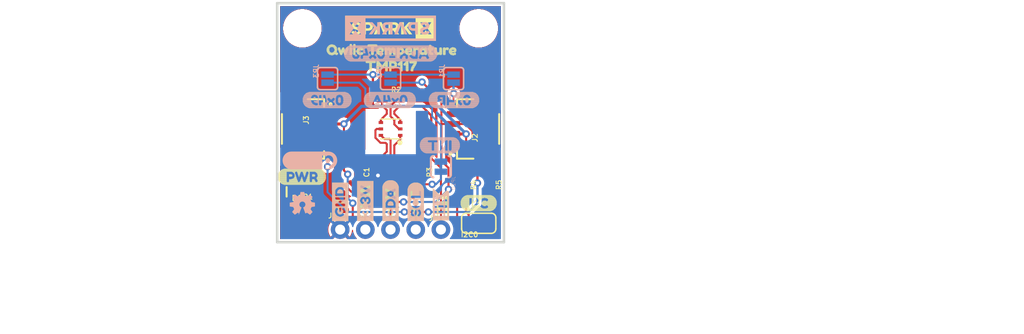
<source format=kicad_pcb>
(kicad_pcb (version 20211014) (generator pcbnew)
  (layers (0 "F.Cu" signal) (31 "B.Cu" signal) (34 "B.Paste" user) (35 "F.Paste" user) (36 "B.SilkS" user "B.Silkscreen") (37 "F.SilkS" user "F.Silkscreen") (38 "B.Mask" user) (39 "F.Mask" user) (44 "Edge.Cuts" user))
  (net 0 "")
  (net 1 "GND")
  (net 2 "3.3V")
  (net 3 "SDA")
  (net 4 "~{INT}")
  (net 5 "N$1")
  (net 6 "ADD0")
  (net 7 "SCL")
  (net 8 "N$2")
  (net 9 "N$3")
  (net 10 "N$4")
  (footprint "eagleBoard:0603" (layer "F.Cu") (at 145.3261 109.4486 -90)
    (fp_text reference "C1" (at 0 -0.762 90) (layer "F.SilkS") (effects (font (size 0.512064 0.512064) (thickness 0.097536)) (justify right)))
    (fp_text value "0.1uF")
    (pad "1" smd rect (at -0.85 0 270) (size 1.1 1) (layers "F.Cu" "F.Paste" "F.Mask") (net 2 "3.3V"))
    (pad "2" smd rect (at 0.85 0 270) (size 1.1 1) (layers "F.Cu" "F.Paste" "F.Mask") (net 1 "GND"))
  )
  (footprint "eagleBoard:SCL-[)" (layer "F.Cu") (at 151.0411 115.4176 90)
    (fp_text reference "U$12" hide)
    (fp_text value "" hide)
  )
  (footprint "eagleBoard:TMP1171" (layer "F.Cu") (at 145.0721 99.2886)
    (fp_text reference "U$4" hide)
    (fp_text value "" hide)
  )
  (footprint "eagleBoard:CREATIVE_COMMONS" (layer "F.Cu") (at 129.4511 125.9586)
    (fp_text reference "FRAME1" hide)
    (fp_text value "FRAME-LETTER" hide)
  )
  (footprint "eagleBoard:JST04_1MM_RA" (layer "F.Cu") (at 154.8511 105.6386 90)
    (fp_text reference "J2" (at -1.397 2.159 90) (layer "F.SilkS") (effects (font (size 0.512064 0.512064) (thickness 0.097536)) (justify left)))
    (fp_text value "")
    (pad "1" smd rect (at -1.5 0 90) (size 0.6 1.35) (layers "F.Cu" "F.Paste" "F.Mask") (net 1 "GND"))
    (pad "2" smd rect (at -0.5 0 90) (size 0.6 1.35) (layers "F.Cu" "F.Paste" "F.Mask") (net 2 "3.3V"))
    (pad "3" smd rect (at 0.5 0 90) (size 0.6 1.35) (layers "F.Cu" "F.Paste" "F.Mask") (net 3 "SDA"))
    (pad "4" smd rect (at 1.5 0 90) (size 0.6 1.35) (layers "F.Cu" "F.Paste" "F.Mask") (net 7 "SCL"))
    (pad "NC1" smd rect (at 2.8 3.675 90) (size 1.2 2) (layers "F.Cu" "F.Paste" "F.Mask"))
    (pad "NC2" smd rect (at -2.8 3.675 90) (size 1.2 2) (layers "F.Cu" "F.Paste" "F.Mask"))
  )
  (footprint "eagleBoard:1X01_NO_SILK" (layer "F.Cu") (at 153.5811 115.7986)
    (fp_text reference "J4" (at -1.27 -1.143) (layer "F.SilkS") (effects (font (size 0.512064 0.512064) (thickness 0.097536)) (justify left)))
    (fp_text value "")
    (pad "1" thru_hole circle (at 0 0 90) (size 1.8796 1.8796) (drill 1.016) (layers *.Cu *.Mask) (net 4 "~{INT}"))
  )
  (footprint "eagleBoard:I_SUPER2_C-()-04" (layer "F.Cu") (at 155.4861 113.1316)
    (fp_text reference "U$21" hide)
    (fp_text value "" hide)
  )
  (footprint "eagleBoard:0603" (layer "F.Cu") (at 156.1211 110.7186 -90)
    (fp_text reference "R4" (at 0 -0.762 90) (layer "F.SilkS") (effects (font (size 0.512064 0.512064) (thickness 0.097536)) (justify right)))
    (fp_text value "2.2k")
    (pad "1" smd rect (at -0.85 0 270) (size 1.1 1) (layers "F.Cu" "F.Paste" "F.Mask") (net 3 "SDA"))
    (pad "2" smd rect (at 0.85 0 270) (size 1.1 1) (layers "F.Cu" "F.Paste" "F.Mask") (net 9 "N$3"))
  )
  (footprint "eagleBoard:SPARKX-MEDIUM" (layer "F.Cu") (at 148.5011 95.4786)
    (fp_text reference "U$17" hide)
    (fp_text value "" hide)
  )
  (footprint "eagleBoard:TMP117" (layer "F.Cu") (at 148.5011 105.6386 180)
    (fp_text reference "U2" (at -1.3 -1.15) (layer "F.SilkS") (effects (font (size 0.376489 0.376489) (thickness 0.029911)) (justify right)))
    (fp_text value "TMP117")
    (pad "1" smd rect (at -0.975 -0.65 180) (size 0.45 0.3) (layers "F.Cu" "F.Paste" "F.Mask") (net 7 "SCL"))
    (pad "2" smd rect (at -0.975 0 180) (size 0.45 0.3) (layers "F.Cu" "F.Paste" "F.Mask") (net 1 "GND"))
    (pad "3" smd rect (at -0.975 0.65 180) (size 0.45 0.3) (layers "F.Cu" "F.Paste" "F.Mask") (net 4 "~{INT}"))
    (pad "4" smd rect (at 0.975 0.65 180) (size 0.45 0.3) (layers "F.Cu" "F.Paste" "F.Mask") (net 6 "ADD0"))
    (pad "5" smd rect (at 0.975 0 180) (size 0.45 0.3) (layers "F.Cu" "F.Paste" "F.Mask") (net 2 "3.3V"))
    (pad "6" smd rect (at 0.975 -0.65 180) (size 0.45 0.3) (layers "F.Cu" "F.Paste" "F.Mask") (net 3 "SDA"))
  )
  (footprint "eagleBoard:3.3V" (layer "F.Cu") (at 145.9611 115.4176 90)
    (fp_text reference "U$19" hide)
    (fp_text value "" hide)
  )
  (footprint "eagleBoard:STAND-OFF" (layer "F.Cu") (at 157.3911 95.4786)
    (fp_text reference "JP8" hide)
    (fp_text value "STAND-OFF" hide)
    (pad "" np_thru_hole circle (at 0 0) (size 3.302 3.302) (drill 3.302) (layers *.Cu *.Mask))
  )
  (footprint "eagleBoard:JST04_1MM_RA" (layer "F.Cu") (at 142.1511 105.6386 -90)
    (fp_text reference "J3" (at -1.397 2.159 90) (layer "F.SilkS") (effects (font (size 0.512064 0.512064) (thickness 0.097536)) (justify right)))
    (fp_text value "")
    (pad "1" smd rect (at -1.5 0 270) (size 0.6 1.35) (layers "F.Cu" "F.Paste" "F.Mask") (net 1 "GND"))
    (pad "2" smd rect (at -0.5 0 270) (size 0.6 1.35) (layers "F.Cu" "F.Paste" "F.Mask") (net 2 "3.3V"))
    (pad "3" smd rect (at 0.5 0 270) (size 0.6 1.35) (layers "F.Cu" "F.Paste" "F.Mask") (net 3 "SDA"))
    (pad "4" smd rect (at 1.5 0 270) (size 0.6 1.35) (layers "F.Cu" "F.Paste" "F.Mask") (net 7 "SCL"))
    (pad "NC1" smd rect (at 2.8 3.675 270) (size 1.2 2) (layers "F.Cu" "F.Paste" "F.Mask"))
    (pad "NC2" smd rect (at -2.8 3.675 270) (size 1.2 2) (layers "F.Cu" "F.Paste" "F.Mask"))
  )
  (footprint "eagleBoard:1X04_NO_SILK" (layer "F.Cu") (at 143.4211 115.7986)
    (fp_text reference "J1" (at -1.27 -1.397) (layer "F.SilkS") (effects (font (size 0.512064 0.512064) (thickness 0.097536)) (justify left)))
    (fp_text value "PTH")
    (pad "1" thru_hole circle (at 0 0 90) (size 1.8796 1.8796) (drill 1.016) (layers *.Cu *.Mask) (net 1 "GND"))
    (pad "2" thru_hole circle (at 2.54 0 90) (size 1.8796 1.8796) (drill 1.016) (layers *.Cu *.Mask) (net 2 "3.3V"))
    (pad "3" thru_hole circle (at 5.08 0 90) (size 1.8796 1.8796) (drill 1.016) (layers *.Cu *.Mask) (net 3 "SDA"))
    (pad "4" thru_hole circle (at 7.62 0 90) (size 1.8796 1.8796) (drill 1.016) (layers *.Cu *.Mask) (net 7 "SCL"))
  )
  (footprint "eagleBoard:QWIIC_TEMPERATURE2" (layer "F.Cu") (at 141.1351 97.6376)
    (fp_text reference "U$6" hide)
    (fp_text value "" hide)
  )
  (footprint "eagleBoard:0603" (layer "F.Cu") (at 139.6111 113.2586)
    (fp_text reference "R1" (at 0 -0.762) (layer "F.SilkS") (effects (font (size 0.512064 0.512064) (thickness 0.097536)) (justify left)))
    (fp_text value "1k")
    (pad "1" smd rect (at -0.85 0) (size 1.1 1) (layers "F.Cu" "F.Paste" "F.Mask") (net 2 "3.3V"))
    (pad "2" smd rect (at 0.85 0) (size 1.1 1) (layers "F.Cu" "F.Paste" "F.Mask") (net 5 "N$1"))
  )
  (footprint "eagleBoard:PWR-()-04" (layer "F.Cu") (at 137.0711 110.4646)
    (fp_text reference "U$20" hide)
    (fp_text value "" hide)
  )
  (footprint "eagleBoard:LED-0603" (layer "F.Cu") (at 139.6111 111.9886 180)
    (fp_text reference "D1" (at 0 -0.635) (layer "F.SilkS") (effects (font (size 0.512064 0.512064) (thickness 0.097536)) (justify right)))
    (fp_text value "RED")
    (pad "A" smd roundrect (at -0.877 0 90) (size 1 1) (layers "F.Cu" "F.Paste" "F.Mask") (roundrect_rratio 0.15) (net 5 "N$1"))
    (pad "C" smd roundrect (at 0.877 0 90) (size 1 1) (layers "F.Cu" "F.Paste" "F.Mask") (roundrect_rratio 0.15) (net 1 "GND"))
  )
  (footprint "eagleBoard:SMT-JUMPER_3_2-NC_TRACE_SILK" (layer "F.Cu") (at 157.3911 115.1636 180)
    (fp_text reference "I2C0" (at 0 -1.143) (layer "F.SilkS") (effects (font (size 0.512064 0.512064) (thickness 0.097536)) (justify right)))
    (fp_text value "")
    (fp_line (start 0 0) (end 1.016 0) (layer "F.Cu") (width 0.254))
    (fp_line (start 0 0) (end -1.016 0) (layer "F.Cu") (width 0.254))
    (pad "1" smd rect (at -1.016 0 180) (size 0.635 1.27) (layers "F.Cu" "F.Mask") (net 8 "N$2"))
    (pad "2" smd rect (at 0 0 180) (size 0.635 1.27) (layers "F.Cu" "F.Mask") (net 2 "3.3V"))
    (pad "3" smd rect (at 1.016 0 180) (size 0.635 1.27) (layers "F.Cu" "F.Mask") (net 9 "N$3"))
  )
  (footprint "eagleBoard:0603" (layer "F.Cu") (at 151.6761 109.4486 -90)
    (fp_text reference "R3" (at 0 -0.762 90) (layer "F.SilkS") (effects (font (size 0.512064 0.512064) (thickness 0.097536)) (justify right)))
    (fp_text value "10k")
    (pad "1" smd rect (at -0.85 0 270) (size 1.1 1) (layers "F.Cu" "F.Paste" "F.Mask") (net 4 "~{INT}"))
    (pad "2" smd rect (at 0.85 0 270) (size 1.1 1) (layers "F.Cu" "F.Paste" "F.Mask") (net 10 "N$4"))
  )
  (footprint "eagleBoard:0603" (layer "F.Cu") (at 158.6611 110.7186 -90)
    (fp_text reference "R5" (at 0 -0.762 90) (layer "F.SilkS") (effects (font (size 0.512064 0.512064) (thickness 0.097536)) (justify right)))
    (fp_text value "2.2k")
    (pad "1" smd rect (at -0.85 0 270) (size 1.1 1) (layers "F.Cu" "F.Paste" "F.Mask") (net 7 "SCL"))
    (pad "2" smd rect (at 0.85 0 270) (size 1.1 1) (layers "F.Cu" "F.Paste" "F.Mask") (net 8 "N$2"))
  )
  (footprint "eagleBoard:STAND-OFF" (layer "F.Cu") (at 139.6111 95.4786)
    (fp_text reference "JP9" hide)
    (fp_text value "STAND-OFF" hide)
    (pad "" np_thru_hole circle (at 0 0) (size 3.302 3.302) (drill 3.302) (layers *.Cu *.Mask))
  )
  (footprint "eagleBoard:SDA-[)" (layer "F.Cu") (at 148.5011 115.4176 90)
    (fp_text reference "U$13" hide)
    (fp_text value "" hide)
  )
  (footprint "eagleBoard:0603" (layer "F.Cu") (at 148.5011 102.4636)
    (fp_text reference "R2" (at 0 -0.762) (layer "F.SilkS") (effects (font (size 0.512064 0.512064) (thickness 0.097536)) (justify left)))
    (fp_text value "10k" hide)
    (pad "1" smd rect (at -0.85 0) (size 1.1 1) (layers "F.Cu" "F.Paste" "F.Mask") (net 6 "ADD0"))
    (pad "2" smd rect (at 0.85 0) (size 1.1 1) (layers "F.Cu" "F.Paste" "F.Mask") (net 1 "GND"))
  )
  (footprint "eagleBoard:GND-04" (layer "F.Cu") (at 143.4211 115.4176 90)
    (fp_text reference "U$10" hide)
    (fp_text value "" hide)
  )
  (footprint "eagleBoard:INT#-[_-04" (layer "F.Cu") (at 153.5811 115.5446 90)
    (fp_text reference "U$3" hide)
    (fp_text value "" hide)
  )
  (footprint "eagleBoard:3.3V" (layer "B.Cu") (at 145.9611 115.4176 90)
    (fp_text reference "U$22" hide)
    (fp_text value "" hide)
  )
  (footprint "eagleBoard:SPARKX-MEDIUM" (layer "B.Cu") (at 148.5011 95.4786 180)
    (fp_text reference "U$2" hide)
    (fp_text value "" hide)
  )
  (footprint "eagleBoard:SMT-JUMPER_2_NO_SILK" (layer "B.Cu") (at 148.5011 100.5586 -90)
    (fp_text reference "JP2" (at 0 1.143 -270) (layer "B.SilkS") (effects (font (size 0.512064 0.512064) (thickness 0.097536)) (justify right mirror)))
    (fp_text value "")
    (pad "1" smd rect (at -0.4064 0 270) (size 0.635 1.27) (layers "B.Cu" "B.Mask") (net 6 "ADD0"))
    (pad "2" smd rect (at 0.4064 0 270) (size 0.635 1.27) (layers "B.Cu" "B.Mask") (net 3 "SDA"))
  )
  (footprint "eagleBoard:INT-()-04" (layer "B.Cu") (at 155.6131 107.2896 180)
    (fp_text reference "U$7" hide)
    (fp_text value "" hide)
  )
  (footprint "eagleBoard:SDA-[)" (layer "B.Cu") (at 148.5011 115.4176 90)
    (fp_text reference "U$14" hide)
    (fp_text value "" hide)
  )
  (footprint "eagleBoard:INT#-[_-04" (layer "B.Cu") (at 153.5811 115.5446 90)
    (fp_text reference "U$11" hide)
    (fp_text value "" hide)
  )
  (footprint "eagleBoard:SCL-[)" (layer "B.Cu") (at 151.0411 115.4176 90)
    (fp_text reference "U$9" hide)
    (fp_text value "" hide)
  )
  (footprint "eagleBoard:PAD-JUMPER-2-NC_BY_TRACE_YES_SILK" (layer "B.Cu") (at 153.5811 109.4486 90)
    (fp_text reference "JP10" (at -0.9525 1.27 90) (layer "B.SilkS") (effects (font (size 0.376489 0.376489) (thickness 0.029911)) (justify left mirror)))
    (fp_text value "INT")
    (fp_line (start -0.381 0) (end 0.381 0) (layer "B.Cu") (width 0.254))
    (pad "1" smd rect (at -0.508 0 90) (size 0.635 1.27) (layers "B.Cu" "B.Mask") (net 10 "N$4"))
    (pad "2" smd rect (at 0.508 0 90) (size 0.635 1.27) (layers "B.Cu" "B.Mask") (net 2 "3.3V"))
  )
  (footprint "eagleBoard:SMT-JUMPER_2_NO_SILK" (layer "B.Cu") (at 142.1511 100.5586 -90)
    (fp_text reference "JP3" (at 0 1.143 -270) (layer "B.SilkS") (effects (font (size 0.512064 0.512064) (thickness 0.097536)) (justify right mirror)))
    (fp_text value "")
    (pad "1" smd rect (at -0.4064 0 270) (size 0.635 1.27) (layers "B.Cu" "B.Mask") (net 6 "ADD0"))
    (pad "2" smd rect (at 0.4064 0 270) (size 0.635 1.27) (layers "B.Cu" "B.Mask") (net 2 "3.3V"))
  )
  (footprint "eagleBoard:0X4B1" (layer "B.Cu") (at 157.5181 102.7176 180)
    (fp_text reference "U$1" hide)
    (fp_text value "" hide)
  )
  (footprint "eagleBoard:ADR_#_0X484" (layer "B.Cu") (at 153.3271 98.0186 180)
    (fp_text reference "U$18" hide)
    (fp_text value "" hide)
  )
  (footprint "eagleBoard:GND-04" (layer "B.Cu") (at 143.4211 115.4176 90)
    (fp_text reference "U$23" hide)
    (fp_text value "" hide)
  )
  (footprint "eagleBoard:OSHW-LOGO-MINI" (layer "B.Cu") (at 139.6111 113.2586 180)
    (fp_text reference "LOGO1" hide)
    (fp_text value "OSHW-LOGOMINI" hide)
  )
  (footprint "eagleBoard:SMT-JUMPER_2_NO_SILK" (layer "B.Cu") (at 154.8511 100.5586 -90)
    (fp_text reference "JP1" (at 0 1.143 -270) (layer "B.SilkS") (effects (font (size 0.512064 0.512064) (thickness 0.097536)) (justify right mirror)))
    (fp_text value "")
    (pad "1" smd rect (at -0.4064 0 270) (size 0.635 1.27) (layers "B.Cu" "B.Mask") (net 6 "ADD0"))
    (pad "2" smd rect (at 0.4064 0 270) (size 0.635 1.27) (layers "B.Cu" "B.Mask") (net 7 "SCL"))
  )
  (footprint "eagleBoard:QWIIC_5.5MM" (layer "B.Cu") (at 140.3731 108.8136 180)
    (fp_text reference "U$15" hide)
    (fp_text value "" hide)
  )
  (footprint "eagleBoard:0X493" (layer "B.Cu") (at 144.6911 102.7176 180)
    (fp_text reference "U$8" hide)
    (fp_text value "" hide)
  )
  (footprint "eagleBoard:0X4A0" (layer "B.Cu") (at 151.1681 102.7176 180)
    (fp_text reference "U$5" hide)
    (fp_text value "" hide)
  )
  (gr_line (start 159.9311 92.9386) (end 159.9311 117.0686) (layer "Edge.Cuts") (width 0.254))
  (gr_line (start 137.0711 117.0686) (end 137.0711 92.9386) (layer "Edge.Cuts") (width 0.254))
  (gr_line (start 137.0711 92.9386) (end 159.9311 92.9386) (layer "Edge.Cuts") (width 0.254))
  (gr_line (start 159.9311 117.0686) (end 137.0711 117.0686) (layer "Edge.Cuts") (width 0.254))
  (segment (start 154.8511 107.1386) (end 154.8511 108.3056) (width 0.2032) (layer "F.Cu") (net 1))
  (segment (start 148.5011 103.3136) (end 148.5011 104.3686) (width 0.2032) (layer "F.Cu") (net 1))
  (segment (start 149.3511 102.4636) (end 148.5011 103.3136) (width 0.2032) (layer "F.Cu") (net 1))
  (segment (start 149.4761 105.6386) (end 149.3491 105.6386) (width 0.2032) (layer "F.Cu") (net 1))
  (segment (start 148.5011 104.3686) (end 148.8821 104.7496) (width 0.2032) (layer "F.Cu") (net 1))
  (segment (start 149.3491 105.6386) (end 148.8821 105.1716) (width 0.2032) (layer "F.Cu") (net 1))
  (segment (start 148.8821 105.1716) (end 148.8821 104.7496) (width 0.2032) (layer "F.Cu") (net 1))
  (via (at 147.2311 110.3376) (size 0.7366) (drill 0.381) (layers "F.Cu" "B.Cu") (net 1))
  (via (at 154.8511 108.3056) (size 0.7366) (drill 0.381) (layers "F.Cu" "B.Cu") (net 1))
  (segment (start 145.9611 114.5286) (end 145.9611 115.7986) (width 0.2032) (layer "F.Cu") (net 2))
  (segment (start 145.3261 108.5986) (end 147.4461 108.5986) (width 0.2032) (layer "F.Cu") (net 2))
  (segment (start 143.8021 108.6866) (end 143.8021 109.8296) (width 0.2032) (layer "F.Cu") (net 2))
  (segment (start 143.8021 109.8296) (end 144.1831 110.2106) (width 0.2032) (layer "F.Cu") (net 2))
  (segment (start 146.9771 105.7656) (end 147.1041 105.6386) (width 0.2032) (layer "F.Cu") (net 2))
  (segment (start 155.2147 115.604832) (end 155.814868 116.205) (width 0.2032) (layer "F.Cu") (net 2))
  (segment (start 139.3571 114.5286) (end 144.6911 114.5286) (width 0.2032) (layer "F.Cu") (net 2))
  (segment (start 147.4461 108.5986) (end 148.1201 107.9246) (width 0.2032) (layer "F.Cu") (net 2))
  (segment (start 142.1511 105.1386) (end 143.7941 105.1386) (width 0.3048) (layer "F.Cu") (net 2))
  (segment (start 144.6911 114.5286) (end 144.6911 113.1316) (width 0.2032) (layer "F.Cu") (net 2))
  (segment (start 157.3911 115.1636) (end 157.3911 115.6716) (width 0.2032) (layer "F.Cu") (net 2))
  (segment (start 156.8577 116.205) (end 155.814868 116.205) (width 0.2032) (layer "F.Cu") (net 2))
  (segment (start 156.1211 108.1612) (end 155.2147 109.0676) (width 0.2032) (layer "F.Cu") (net 2))
  (segment (start 154.8591 106.1466) (end 154.8511 106.1386) (width 0.2032) (layer "F.Cu") (net 2))
  (segment (start 148.1201 107.9246) (end 148.1201 107.1626) (width 0.2032) (layer "F.Cu") (net 2))
  (segment (start 144.6911 114.5286) (end 145.9611 114.5286) (width 0.2032) (layer "F.Cu") (net 2))
  (segment (start 147.9931 107.0356) (end 148.1201 107.1626) (width 0.2032) (layer "F.Cu") (net 2))
  (segment (start 157.3911 115.6716) (end 156.8577 116.205) (width 0.2032) (layer "F.Cu") (net 2))
  (segment (start 146.9771 106.5276) (end 147.4851 107.0356) (width 0.2032) (layer "F.Cu") (net 2))
  (segment (start 143.7941 105.1386) (end 143.8021 105.1306) (width 0.254) (layer "F.Cu") (net 2))
  (segment (start 147.4851 107.0356) (end 147.9931 107.0356) (width 0.2032) (layer "F.Cu") (net 2))
  (segment (start 147.1041 105.6386) (end 147.5261 105.6386) (width 0.2032) (layer "F.Cu") (net 2))
  (segment (start 138.7611 113.9326) (end 139.3571 114.5286) (width 0.2032) (layer "F.Cu") (net 2))
  (segment (start 146.9771 105.7656) (end 146.9771 106.5276) (width 0.2032) (layer "F.Cu") (net 2))
  (segment (start 155.2147 109.0676) (end 155.2147 115.604832) (width 0.2032) (layer "F.Cu") (net 2))
  (segment (start 145.3261 108.5986) (end 143.8901 108.5986) (width 0.2032) (layer "F.Cu") (net 2))
  (segment (start 156.1211 106.1466) (end 154.8591 106.1466) (width 0.3048) (layer "F.Cu") (net 2))
  (segment (start 143.8901 108.5986) (end 143.8021 108.6866) (width 0.2032) (layer "F.Cu") (net 2))
  (segment (start 156.1211 106.1466) (end 156.1211 108.1612) (width 0.2032) (layer "F.Cu") (net 2))
  (segment (start 138.7611 113.2586) (end 138.7611 113.9326) (width 0.2032) (layer "F.Cu") (net 2))
  (segment (start 143.8021 105.1306) (end 143.8021 108.6866) (width 0.2032) (layer "F.Cu") (net 2))
  (via (at 143.8021 105.1306) (size 0.7366) (drill 0.381) (layers "F.Cu" "B.Cu") (net 2))
  (via (at 156.1211 106.1466) (size 0.7366) (drill 0.381) (layers "F.Cu" "B.Cu") (net 2))
  (via (at 144.6911 113.1316) (size 0.7366) (drill 0.381) (layers "F.Cu" "B.Cu") (net 2))
  (via (at 144.1831 110.2106) (size 0.7366) (drill 0.381) (layers "F.Cu" "B.Cu") (net 2))
  (segment (start 153.5811 105.2576) (end 152.6921 104.3686) (width 0.1778) (layer "B.Cu") (net 2))
  (segment (start 145.9611 103.3526) (end 145.5801 103.3526) (width 0.3048) (layer "B.Cu") (net 2))
  (segment (start 144.1831 112.6236) (end 144.6911 113.1316) (width 0.2032) (layer "B.Cu") (net 2))
  (segment (start 156.1211 106.1466) (end 153.3271 103.3526) (width 0.3048) (layer "B.Cu") (net 2))
  (segment (start 153.3271 103.3526) (end 152.6921 103.3526) (width 0.3048) (layer "B.Cu") (net 2))
  (segment (start 152.6921 103.3526) (end 145.9611 103.3526) (width 0.3048) (layer "B.Cu") (net 2))
  (segment (start 145.5801 103.3526) (end 143.8021 105.1306) (width 0.3048) (layer "B.Cu") (net 2))
  (segment (start 153.5811 108.9406) (end 153.5811 105.2576) (width 0.1778) (layer "B.Cu") (net 2))
  (segment (start 145.9611 101.5746) (end 145.9611 103.3526) (width 0.2032) (layer "B.Cu") (net 2))
  (segment (start 142.1511 100.965) (end 145.3515 100.965) (width 0.2032) (layer "B.Cu") (net 2))
  (segment (start 145.3515 100.965) (end 145.9611 101.5746) (width 0.2032) (layer "B.Cu") (net 2))
  (segment (start 144.1831 110.2106) (end 144.1831 112.6236) (width 0.2032) (layer "B.Cu") (net 2))
  (segment (start 152.6921 104.3686) (end 152.6921 103.3526) (width 0.1778) (layer "B.Cu") (net 2))
  (segment (start 153.6272 108.8597) (end 154.3431 109.5756) (width 0.2032) (layer "F.Cu") (net 3))
  (segment (start 153.6272 105.1386) (end 153.6272 108.8597) (width 0.2032) (layer "F.Cu") (net 3))
  (segment (start 153.6272 105.1386) (end 154.8511 105.1386) (width 0.2032) (layer "F.Cu") (net 3))
  (segment (start 156.7688 105.878313) (end 156.7688 108.192888) (width 0.2032) (layer "F.Cu") (net 3))
  (segment (start 147.8921 106.6546) (end 148.404918 106.6546) (width 0.2032) (layer "F.Cu") (net 3))
  (segment (start 148.404918 106.6546) (end 148.5011 106.750782) (width 0.2032) (layer "F.Cu") (net 3))
  (segment (start 144.554968 111.9886) (end 148.5011 111.9886) (width 0.2032) (layer "F.Cu") (net 3))
  (segment (start 148.5011 111.9886) (end 148.5011 113.0086) (width 0.2032) (layer "F.Cu") (net 3))
  (segment (start 142.1511 106.1386) (end 142.1591 106.1466) (width 0.2032) (layer "F.Cu") (net 3))
  (segment (start 142.1591 106.1466) (end 143.1671 106.1466) (width 0.2032) (layer "F.Cu") (net 3))
  (segment (start 156.1211 108.840588) (end 156.1211 109.8686) (width 0.2032) (layer "F.Cu") (net 3))
  (segment (start 154.8511 105.1386) (end 156.029087 105.1386) (width 0.2032) (layer "F.Cu") (net 3))
  (segment (start 143.4211 106.4006) (end 143.4211 110.854732) (width 0.2032) (layer "F.Cu") (net 3))
  (segment (start 154.3431 109.5756) (end 154.3431 111.7346) (width 0.2032) (layer "F.Cu") (net 3))
  (segment (start 148.5011 113.0086) (end 148.5011 115.7986) (width 0.2032) (layer "F.Cu") (net 3))
  (segment (start 143.1671 106.1466) (end 143.4211 106.4006) (width 0.2032) (layer "F.Cu") (net 3))
  (segment (start 151.6761 100.9015) (end 153.6272 102.8526) (width 0.2032) (layer "F.Cu") (net 3))
  (segment (start 143.4211 110.854732) (end 144.554968 111.9886) (width 0.2032) (layer "F.Cu") (net 3))
  (segment (start 148.5011 106.750782) (end 148.5011 111.9886) (width 0.2032) (layer "F.Cu") (net 3))
  (segment (start 153.6272 102.8526) (end 153.6272 105.1386) (width 0.2032) (layer "F.Cu") (net 3))
  (segment (start 149.813112 113.0086) (end 148.5011 113.0086) (width 0.2032) (layer "F.Cu") (net 3))
  (segment (start 156.7688 108.192888) (end 156.1211 108.840588) (width 0.2032) (layer "F.Cu") (net 3))
  (segment (start 147.5261 106.2886) (end 147.8921 106.6546) (width 0.2032) (layer "F.Cu") (net 3))
  (segment (start 156.029087 105.1386) (end 156.7688 105.878313) (width 0.2032) (layer "F.Cu") (net 3))
  (via (at 151.6761 100.9015) (size 0.7366) (drill 0.381) (layers "F.Cu" "B.Cu") (net 3))
  (via (at 154.3431 111.7346) (size 0.7366) (drill 0.381) (layers "F.Cu" "B.Cu") (net 3))
  (via (at 149.813112 113.0086) (size 0.7366) (drill 0.381) (layers "F.Cu" "B.Cu") (net 3))
  (segment (start 151.6761 100.9015) (end 151.6126 100.965) (width 0.2032) (layer "B.Cu") (net 3))
  (segment (start 153.0691 113.0086) (end 154.3431 111.7346) (width 0.2032) (layer "B.Cu") (net 3))
  (segment (start 149.813112 113.0086) (end 153.0691 113.0086) (width 0.2032) (layer "B.Cu") (net 3))
  (segment (start 151.6126 100.965) (end 148.5011 100.965) (width 0.2032) (layer "B.Cu") (net 3))
  (segment (start 152.6041 108.5986) (end 153.5811 109.5756) (width 0.2032) (layer "F.Cu") (net 4))
  (segment (start 152.6041 104.2806) (end 152.0571 103.7336) (width 0.2302) (layer "F.Cu") (net 4))
  (segment (start 148.8821 103.8606) (end 149.3901 103.3526) (width 0.2032) (layer "F.Cu") (net 4))
  (segment (start 148.8821 104.1146) (end 148.8821 103.8606) (width 0.2032) (layer "F.Cu") (net 4))
  (segment (start 153.5811 109.5756) (end 153.5811 115.7986) (width 0.2032) (layer "F.Cu") (net 4))
  (segment (start 149.4761 104.7086) (end 148.8821 104.1146) (width 0.2032) (layer "F.Cu") (net 4))
  (segment (start 151.6761 103.3526) (end 149.3901 103.3526) (width 0.2032) (layer "F.Cu") (net 4))
  (segment (start 152.0571 103.7336) (end 151.6761 103.3526) (width 0.2032) (layer "F.Cu") (net 4))
  (segment (start 152.6041 104.2806) (end 152.6041 108.5986) (width 0.2302) (layer "F.Cu") (net 4))
  (segment (start 149.4761 104.9886) (end 149.4761 104.7086) (width 0.2032) (layer "F.Cu") (net 4))
  (segment (start 151.6761 108.5986) (end 152.6041 108.5986) (width 0.2032) (layer "F.Cu") (net 4))
  (segment (start 140.4881 113.2316) (end 140.4611 113.2586) (width 0.2032) (layer "F.Cu") (net 5))
  (segment (start 140.4881 111.9886) (end 140.4881 113.2316) (width 0.2032) (layer "F.Cu") (net 5))
  (segment (start 148.1201 104.1146) (end 148.1201 103.7336) (width 0.2032) (layer "F.Cu") (net 6))
  (segment (start 146.9771 102.4636) (end 146.7231 102.2096) (width 0.2302) (layer "F.Cu") (net 6))
  (segment (start 147.5261 104.7086) (end 148.1201 104.1146) (width 0.2032) (layer "F.Cu") (net 6))
  (segment (start 147.6511 103.2646) (end 147.6511 102.4636) (width 0.2302) (layer "F.Cu") (net 6))
  (segment (start 147.8661 103.4796) (end 147.6511 103.2646) (width 0.2302) (layer "F.Cu") (net 6))
  (segment (start 147.6511 102.4636) (end 146.9771 102.4636) (width 0.2302) (layer "F.Cu") (net 6))
  (segment (start 147.5261 104.7086) (end 147.5261 104.9886) (width 0.2032) (layer "F.Cu") (net 6))
  (segment (start 146.7231 102.2096) (end 146.7231 100.1522) (width 0.2302) (layer "F.Cu") (net 6))
  (segment (start 148.1201 103.7336) (end 147.8661 103.4796) (width 0.2032) (layer "F.Cu") (net 6))
  (via (at 146.7231 100.1522) (size 0.7366) (drill 0.381) (layers "F.Cu" "B.Cu") (net 6))
  (segment (start 146.7231 100.1522) (end 148.5011 100.1522) (width 0.2032) (layer "B.Cu") (net 6))
  (segment (start 142.1511 100.1522) (end 146.7231 100.1522) (width 0.2032) (layer "B.Cu") (net 6))
  (segment (start 148.5011 100.1522) (end 154.8511 100.1522) (width 0.2032) (layer "B.Cu") (net 6))
  (segment (start 149.896187 114.018688) (end 151.039187 114.018688) (width 0.2032) (layer "F.Cu") (net 7))
  (segment (start 151.0411 114.0206) (end 151.0411 115.7986) (width 0.2032) (layer "F.Cu") (net 7))
  (segment (start 157.2641 107.686375) (end 157.2332 107.717275) (width 0.2302) (layer "F.Cu") (net 7))
  (segment (start 157.2332 109.159925) (end 157.2641 109.190825) (width 0.2302) (layer "F.Cu") (net 7))
  (segment (start 148.8821 107.2896) (end 149.4761 106.6956) (width 0.2032) (layer "F.Cu") (net 7))
  (segment (start 157.2641 109.8296) (end 157.2641 111.0996) (width 0.2302) (layer "F.Cu") (net 7))
  (segment (start 157.2641 105.1306) (end 157.2641 107.686375) (width 0.2302) (layer "F.Cu") (net 7))
  (segment (start 157.2332 107.717275) (end 157.2332 109.159925) (width 0.2302) (layer "F.Cu") (net 7))
  (segment (start 157.2641 109.190825) (end 157.2641 109.8296) (width 0.2302) (layer "F.Cu") (net 7))
  (segment (start 149.4761 106.6956) (end 149.4761 106.2886) (width 0.2032) (layer "F.Cu") (net 7))
  (segment (start 156.2721 104.1386) (end 157.2641 105.1306) (width 0.2302) (layer "F.Cu") (net 7))
  (segment (start 154.8511 104.1386) (end 154.8511 102.0806) (width 0.1778) (layer "F.Cu") (net 7))
  (segment (start 154.8511 104.1386) (end 156.2721 104.1386) (width 0.2302) (layer "F.Cu") (net 7))
  (segment (start 142.1511 107.1386) (end 142.1511 109.4486) (width 0.2032) (layer "F.Cu") (net 7))
  (segment (start 158.6611 109.8686) (end 157.3031 109.8686) (width 0.2302) (layer "F.Cu") (net 7))
  (segment (start 148.8821 107.2896) (end 148.8821 110.7306) (width 0.2032) (layer "F.Cu") (net 7))
  (segment (start 154.8511 102.0806) (end 154.8711 102.0606) (width 0.1778) (layer "F.Cu") (net 7))
  (segment (start 151.0411 114.0206) (end 151.0411 112.8896) (width 0.2032) (layer "F.Cu") (net 7))
  (segment (start 148.8821 110.7306) (end 151.0411 112.8896) (width 0.2032) (layer "F.Cu") (net 7))
  (segment (start 151.0411 114.0206) (end 152.3111 114.0206) (width 0.2032) (layer "F.Cu") (net 7))
  (segment (start 151.039187 114.018688) (end 151.0411 114.0206) (width 0.2032) (layer "F.Cu") (net 7))
  (segment (start 157.3031 109.8686) (end 157.2641 109.8296) (width 0.2302) (layer "F.Cu") (net 7))
  (via (at 152.3111 114.0206) (size 0.7366) (drill 0.381) (layers "F.Cu" "B.Cu") (net 7))
  (via (at 142.1511 109.4486) (size 0.7366) (drill 0.381) (layers "F.Cu" "B.Cu") (net 7))
  (via (at 149.896187 114.018688) (size 0.7366) (drill 0.381) (layers "F.Cu" "B.Cu") (net 7))
  (via (at 154.8711 102.0606) (size 0.7366) (drill 0.381) (layers "F.Cu" "B.Cu") (net 7))
  (via (at 157.2641 111.0996) (size 0.7366) (drill 0.381) (layers "F.Cu" "B.Cu") (net 7))
  (segment (start 152.3111 114.0206) (end 156.3804 114.0206) (width 0.2032) (layer "B.Cu") (net 7))
  (segment (start 154.8511 101.8286) (end 154.8511 100.965) (width 0.2302) (layer "B.Cu") (net 7))
  (segment (start 154.8711 102.0606) (end 154.8511 102.0406) (width 0.1778) (layer "B.Cu") (net 7))
  (segment (start 157.2641 113.1369) (end 157.2641 111.0996) (width 0.2302) (layer "B.Cu") (net 7))
  (segment (start 144.156112 114.0206) (end 149.894275 114.0206) (width 0.2032) (layer "B.Cu") (net 7))
  (segment (start 154.8511 102.0406) (end 154.8511 101.8286) (width 0.1778) (layer "B.Cu") (net 7))
  (segment (start 149.894275 114.0206) (end 149.896187 114.018688) (width 0.2032) (layer "B.Cu") (net 7))
  (segment (start 142.1511 112.015588) (end 144.156112 114.0206) (width 0.2032) (layer "B.Cu") (net 7))
  (segment (start 142.1511 109.4486) (end 142.1511 112.015588) (width 0.2032) (layer "B.Cu") (net 7))
  (segment (start 156.3804 114.0206) (end 157.2641 113.1369) (width 0.2032) (layer "B.Cu") (net 7))
  (segment (start 158.4071 114.2746) (end 158.6611 114.0206) (width 0.2032) (layer "F.Cu") (net 8))
  (segment (start 158.4071 115.1636) (end 158.4071 114.2746) (width 0.2032) (layer "F.Cu") (net 8))
  (segment (start 158.6611 114.0206) (end 158.6611 111.5686) (width 0.2032) (layer "F.Cu") (net 8))
  (segment (start 156.3751 115.1636) (end 156.3751 114.2746) (width 0.2032) (layer "F.Cu") (net 9))
  (segment (start 156.1211 111.5686) (end 156.1211 114.0206) (width 0.2032) (layer "F.Cu") (net 9))
  (segment (start 156.3751 114.2746) (end 156.1211 114.0206) (width 0.2032) (layer "F.Cu") (net 9))
  (segment (start 151.6761 110.9726) (end 151.9301 111.2266) (width 0.2032) (layer "F.Cu") (net 10))
  (segment (start 151.6761 110.2986) (end 151.6761 110.9726) (width 0.2032) (layer "F.Cu") (net 10))
  (segment (start 151.9301 111.2266) (end 152.6921 111.2266) (width 0.2032) (layer "F.Cu") (net 10))
  (via (at 152.6921 111.2266) (size 0.7366) (drill 0.381) (layers "F.Cu" "B.Cu") (net 10))
  (segment (start 153.5811 109.9566) (end 153.5811 110.7186) (width 0.2032) (layer "B.Cu") (net 10))
  (segment (start 153.0731 111.2266) (end 153.5811 110.7186) (width 0.2032) (layer "B.Cu") (net 10))
  (segment (start 152.6921 111.2266) (end 153.0731 111.2266) (width 0.2032) (layer "B.Cu") (net 10))
  (zone (net 1) (net_name "GND") (layer "F.Cu") (priority 6) (connect_pads (clearance 0.3048)) (min_thickness 0.127) (fill yes (thermal_gap 0.304) (thermal_bridge_width 0.304))
    (polygon (pts (xy 160.0581 117.1956) (xy 136.9441 117.1956) (xy 136.9441 92.8116) (xy 160.0581 92.8116)))
  )
  (zone (net 1) (net_name "GND") (layer "F.Cu") (priority 6) (connect_pads (clearance 0.3048)) (min_thickness 0.127) (fill yes (thermal_gap 0.304) (thermal_bridge_width 0.304))
    (polygon (pts (xy 160.0581 117.1956) (xy 136.9441 117.1956) (xy 136.9441 92.8116) (xy 160.0581 92.8116)))
  )
  (zone (net 1) (net_name "GND") (layer "F.Cu") (priority 6) (connect_pads (clearance 0.3048)) (min_thickness 0.127) (fill yes (thermal_gap 0.304) (thermal_bridge_width 0.304))
    (polygon (pts (xy 160.0581 117.1956) (xy 136.9441 117.1956) (xy 136.9441 92.8116) (xy 160.0581 92.8116)))
  )
  (zone (net 0) (net_name "") (layer "F.Cu") (priority 6) (connect_pads (clearance 0)) (min_thickness 0.0254)
    (keepout (tracks allowed) (vias allowed) (pads allowed) (copperpour not_allowed) (footprints allowed))
    (fill (thermal_gap 0.0754) (thermal_bridge_width 0.0754))
    (polygon (pts (xy 151.0538 108.1913) (xy 145.9484 108.1913) (xy 145.9484 103.5939) (xy 151.0538 103.5939)))
  )
  (zone (net 1) (net_name "GND") (layer "F.Cu") (priority 6) (connect_pads (clearance 0.3048)) (min_thickness 0.127) (fill yes (thermal_gap 0.304) (thermal_bridge_width 0.304))
    (polygon (pts (xy 160.0581 117.1956) (xy 136.9441 117.1956) (xy 136.9441 92.8116) (xy 160.0581 92.8116)))
  )
  (zone (net 1) (net_name "GND") (layer "F.Cu") (priority 6) (connect_pads (clearance 0.3048)) (min_thickness 0.127) (fill yes (thermal_gap 0.304) (thermal_bridge_width 0.304))
    (polygon (pts (xy 160.0581 117.1956) (xy 136.9441 117.1956) (xy 136.9441 92.8116) (xy 160.0581 92.8116)))
  )
  (zone (net 1) (net_name "GND") (layer "F.Cu") (priority 6) (connect_pads (clearance 0.3048)) (min_thickness 0.127) (fill yes (thermal_gap 0.304) (thermal_bridge_width 0.304))
    (polygon (pts (xy 160.0581 117.1956) (xy 136.9441 117.1956) (xy 136.9441 92.8116) (xy 160.0581 92.8116)))
  )
  (zone (net 1) (net_name "GND") (layer "F.Cu") (priority 6) (connect_pads (clearance 0.3048)) (min_thickness 0.127) (fill yes (thermal_gap 0.304) (thermal_bridge_width 0.304))
    (polygon (pts (xy 160.0581 117.1956) (xy 136.9441 117.1956) (xy 136.9441 92.8116) (xy 160.0581 92.8116)))
  )
  (zone (net 1) (net_name "GND") (layer "F.Cu") (priority 6) (connect_pads (clearance 0.3048)) (min_thickness 0.1016) (fill yes (thermal_gap 0.2532) (thermal_bridge_width 0.2532))
    (polygon (pts (xy 160.0327 117.1702) (xy 136.9695 117.1702) (xy 136.9695 92.837) (xy 160.0327 92.837)))
  )
  (zone (net 0) (net_name "") (layer "B.Cu") (priority 6) (connect_pads (clearance 0)) (min_thickness 0.0254)
    (keepout (tracks allowed) (vias allowed) (pads allowed) (copperpour not_allowed) (footprints allowed))
    (fill (thermal_gap 0.0754) (thermal_bridge_width 0.0754))
    (polygon (pts (xy 151.0538 108.1913) (xy 145.9484 108.1913) (xy 145.9484 103.5939) (xy 151.0538 103.5939)))
  )
  (zone (net 1) (net_name "GND") (layer "B.Cu") (priority 6) (connect_pads (clearance 0.3048)) (min_thickness 0.127) (fill yes (thermal_gap 0.304) (thermal_bridge_width 0.304))
    (polygon (pts (xy 160.0581 117.1956) (xy 136.9441 117.1956) (xy 136.9441 92.8116) (xy 160.0581 92.8116)))
  )
)
</source>
